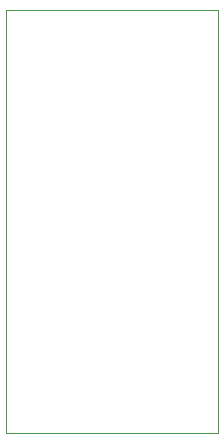
<source format=gbr>
G04 #@! TF.FileFunction,Profile,NP*
%FSLAX46Y46*%
G04 Gerber Fmt 4.6, Leading zero omitted, Abs format (unit mm)*
G04 Created by KiCad (PCBNEW 4.0.2-stable) date 09.08.2016 00:29:19*
%MOMM*%
G01*
G04 APERTURE LIST*
%ADD10C,0.300000*%
%ADD11C,0.050000*%
G04 APERTURE END LIST*
D10*
D11*
X125800000Y-128400000D02*
X125800000Y-92600000D01*
X107800000Y-92600000D02*
X107800000Y-128400000D01*
X125800000Y-92600000D02*
X107800000Y-92600000D01*
X107800000Y-128400000D02*
X125800000Y-128400000D01*
M02*

</source>
